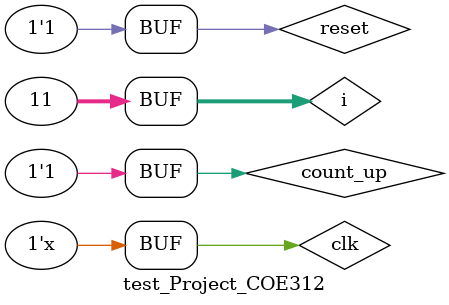
<source format=v>
module Project_COE312(input clk, input reset,input count_up , output reg [3:0] y);//By Mohammad Yasir Ammar | 3704975 | April / 2020
reg [2:0]state;
parameter S0=0,S1=1,S2=2,S3=3,S4=4,S5=5; //we have 6 state ; because initially letter in State 0
reg[3:0] count;//Counter 10 times ; then need 4-bit | Need condtion max in 10 ; count 1 to 10

always@(posedge clk)begin
  if (reset == 0) begin
   count = 0;
   state <= S0;//System starts from the initial state
end
   else begin
	count <= count + 1; //counter 
		case (state)
		S0:begin
		if(count == 10) begin //to wait count from 1 to 10
			count <= 0;
			state<=S1;
			end
			else begin
			state<=S0; end
			y<='hC;end//value directly in hexadecimal			
		S1:begin
		if(count == 10) begin
		   count <= 0;
			state<=S2; end
			else begin
			state<=S1; end
			y<='h0;end
			
		S2:begin
		if(count == 10)begin
			count <= 0;
			state<=S3;end
			else begin
			state<=S2;end
			y<='hE;end
			
		S3:begin
		if(count == 10) begin
			count <= 0;
			state<=S4;end
			else begin
			state<=S3;end
			y<='h3;end
			
		S4:begin
		if(count == 10)begin
			count <= 0;
			state<=S5;end
			else begin
			state<=S4;end
			y<='h1;
			end
		
		S5:begin
		if(count == 10) begin
			count <= 0;
			state<=S0;end //to back repeat to C
			else begin
			state<=S5;end
			y<='h2;
			end
		default:
			y<=0;
		endcase 
		end
end
endmodule 

module test_Project_COE312;
	// Inputs
	reg clk;
	reg reset;
	reg count_up;
	// Outputs
	wire [3:0] y;
	// Instantiate the Unit Under Test (UUT)
	Project_COE312 uut (
		.clk(clk), 
		.reset(reset), 
		.count_up(count_up), 
		.y(y)
	);
	
	
	  integer i;//define integer to use in for

always #5 clk=~clk;
initial begin
		// Initialize Inputs
		clk = 0;
		count_up=0;   
	   reset = 0; //reset singnal

		#100;
    	reset=0;
		 #50
    	reset=0;
		#50
    	reset=1;
		#10	
			
	//I am using for loop to decrease lines to count
		
	for (i = 0; i < 11; i = i + 1) begin//to print C
	count_up=1;  
	#10;  //delay in for loop need semicolon	
	end//Because the RTL simulation repeat can sufficiency only this and delete the loops below
		
	for (i = 0; i < 11; i = i + 1) begin//to print O
	count_up=1;  
	#10;	
	end
	
	for (i = 0; i < 11; i = i + 1) begin//to print E
	count_up=1;  
	#10;	
	end
	
	for (i = 0; i < 11; i = i + 1) begin//to print 3
	count_up=1;  
	#10;	
	end
	
	for (i = 0; i < 11; i = i + 1) begin//to print 1
	count_up=1;  
	#10;	
	end
	for (i = 0; i < 11; i = i + 1) begin//to print 2
	count_up=1;  
	#10;	
	end

	end    
endmodule


</source>
